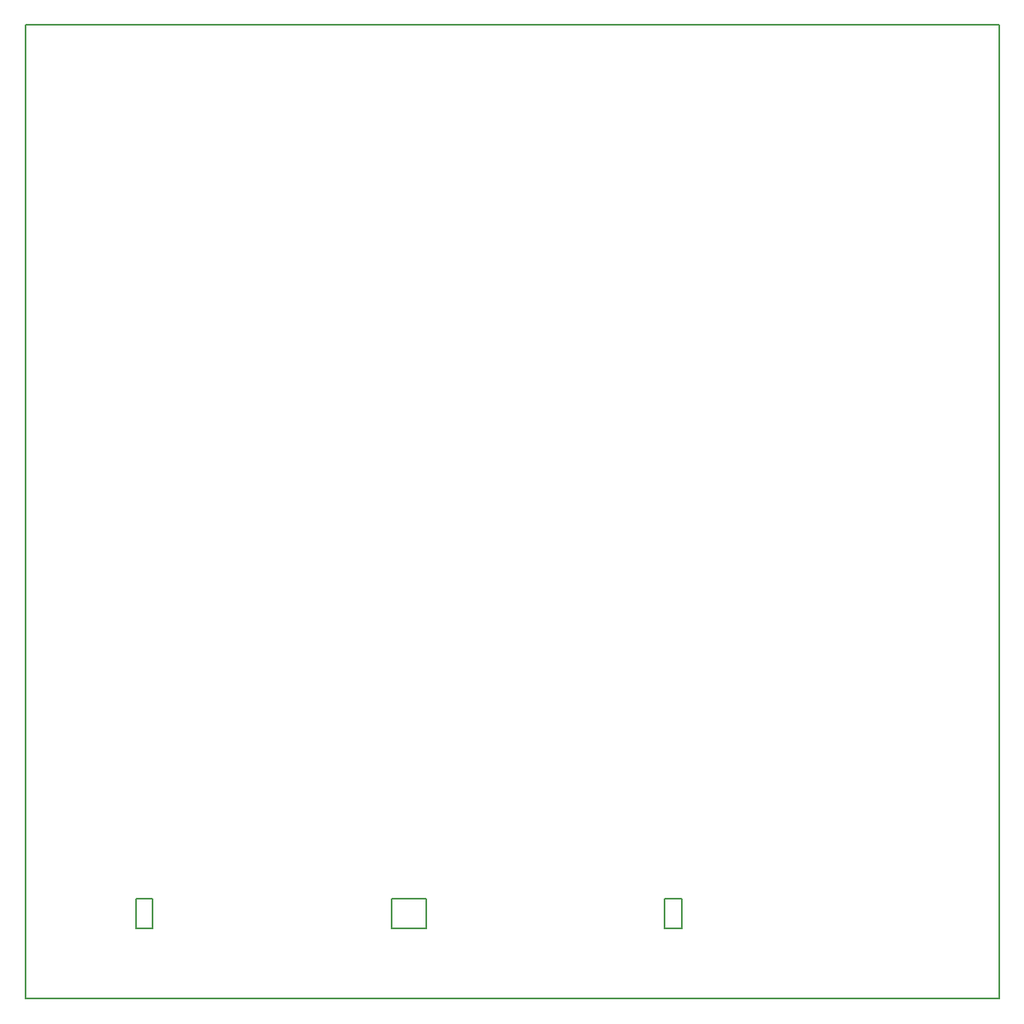
<source format=gbr>
G04 #@! TF.GenerationSoftware,KiCad,Pcbnew,5.0.2+dfsg1-1*
G04 #@! TF.CreationDate,2019-04-16T19:48:13-04:00*
G04 #@! TF.ProjectId,ThorntonAudio,54686f72-6e74-46f6-9e41-7564696f2e6b,rev?*
G04 #@! TF.SameCoordinates,Original*
G04 #@! TF.FileFunction,Profile,NP*
%FSLAX46Y46*%
G04 Gerber Fmt 4.6, Leading zero omitted, Abs format (unit mm)*
G04 Created by KiCad (PCBNEW 5.0.2+dfsg1-1) date Tue 16 Apr 2019 07:48:13 PM EDT*
%MOMM*%
%LPD*%
G01*
G04 APERTURE LIST*
%ADD10C,0.150000*%
%ADD11C,0.200000*%
G04 APERTURE END LIST*
D10*
X141380000Y-144713000D02*
X141380000Y-147761000D01*
X143031000Y-144713000D02*
X141380000Y-144713000D01*
X143031000Y-147761000D02*
X143031000Y-144713000D01*
X141380000Y-147761000D02*
X143031000Y-147761000D01*
X167605500Y-144713000D02*
X167605500Y-147761000D01*
X171161500Y-144713000D02*
X167605500Y-144713000D01*
X171161500Y-147761000D02*
X171161500Y-144713000D01*
X167605500Y-147761000D02*
X171161500Y-147761000D01*
X195672500Y-147761000D02*
X195672500Y-144713000D01*
X197387000Y-147761000D02*
X195672500Y-147761000D01*
X197387000Y-144713000D02*
X197387000Y-147761000D01*
X195672500Y-144713000D02*
X197387000Y-144713000D01*
D11*
X230000000Y-55000000D02*
X130000000Y-55000000D01*
X230000000Y-155000000D02*
X230000000Y-55000000D01*
X130000000Y-155000000D02*
X230000000Y-155000000D01*
X130000000Y-55000000D02*
X130000000Y-155000000D01*
M02*

</source>
